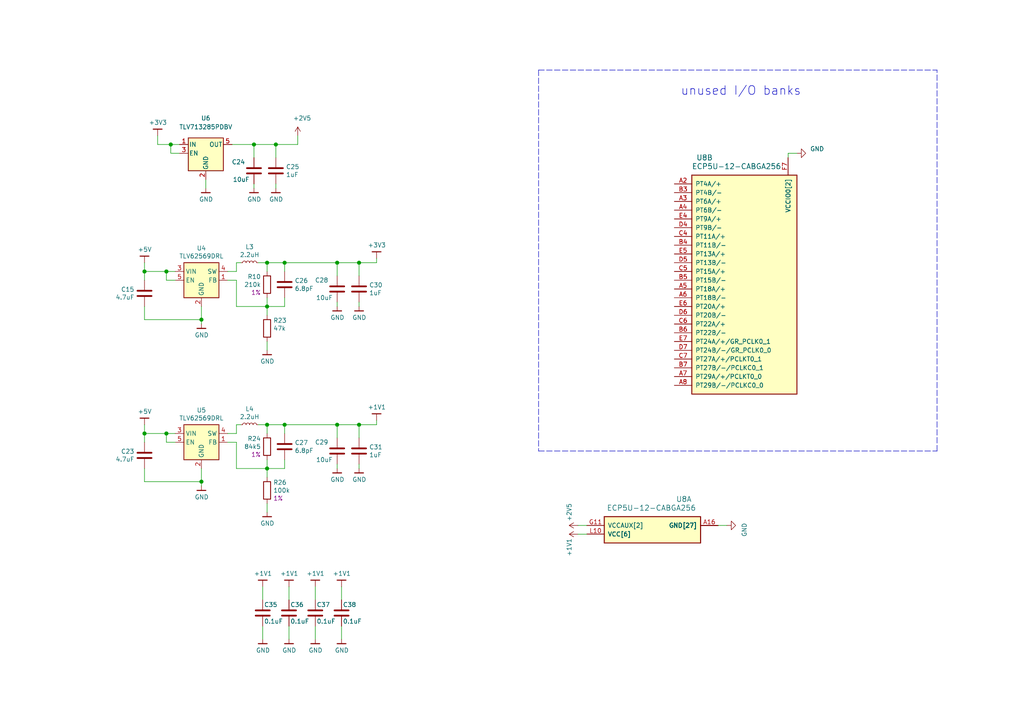
<source format=kicad_sch>
(kicad_sch (version 20201015) (generator eeschema)
  (paper "A4")
  (title_block (title "iCEBreaker+++") (date "2020-12-12") (rev "V0.1") (company "GsD") (comment 1 "2020 (C) GsD  <greg.davill@gmail.com>"))
  (lib_symbols
    (symbol "Device:C" (pin_numbers hide) (pin_names (offset 0.254))
      (property "Reference" "C" (at 0.635 2.54 0))
      (property "Value" "C" (at 0.635 -2.54 0))
      (symbol "C_0_1"
        (polyline (pts (xy -2.032 -0.762) (xy 2.032 -0.762)) (stroke (width 0.508)))
        (polyline (pts (xy -2.032 0.762) (xy 2.032 0.762)) (stroke (width 0.508)))
      )
      (symbol "C_1_1"
        (pin passive line (at 0 3.81 270) (length 2.794) (name "~") (number "1"))
        (pin passive line (at 0 -3.81 90) (length 2.794) (name "~") (number "2"))
      )
    )
    (symbol "Device:L_Small" (pin_numbers hide) (pin_names (offset 0.254) hide)
      (property "Reference" "L" (at 0.762 1.016 0))
      (property "Value" "L_Small" (at 0.762 -1.016 0))
      (symbol "L_Small_0_1"
        (arc (start 0 -2.032) (end 0 -1.016) (radius (at 0 -1.524) (length 0.508) (angles -89.9 89.9)))
        (arc (start 0 -1.016) (end 0 0) (radius (at 0 -0.508) (length 0.508) (angles -89.9 89.9)))
        (arc (start 0 0) (end 0 1.016) (radius (at 0 0.508) (length 0.508) (angles -89.9 89.9)))
        (arc (start 0 1.016) (end 0 2.032) (radius (at 0 1.524) (length 0.508) (angles -89.9 89.9)))
      )
      (symbol "L_Small_1_1"
        (pin passive line (at 0 2.54 270) (length 0.508) (name "~") (number "1"))
        (pin passive line (at 0 -2.54 90) (length 0.508) (name "~") (number "2"))
      )
    )
    (symbol "Device:R_3" (pin_numbers hide) (pin_names (offset 0))
      (property "Reference" "R" (at 2.032 0 90))
      (property "Value" "R" (at 0 0 90))
      (symbol "R_3_0_1"
        (rectangle (start -1.016 -2.54) (end 1.016 2.54) (stroke (width 0.254)))
      )
      (symbol "R_3_1_1"
        (pin passive line (at 0 3.81 270) (length 1.27) (name "~") (number "1"))
        (pin passive line (at 0 -3.81 90) (length 1.27) (name "~") (number "2"))
      )
    )
    (symbol "Device:R_4" (pin_numbers hide) (pin_names (offset 0))
      (property "Reference" "R" (at 2.032 0 90))
      (property "Value" "R" (at 0 0 90))
      (symbol "R_4_0_1"
        (rectangle (start -1.016 -2.54) (end 1.016 2.54) (stroke (width 0.254)))
      )
      (symbol "R_4_1_1"
        (pin passive line (at 0 3.81 270) (length 1.27) (name "~") (number "1"))
        (pin passive line (at 0 -3.81 90) (length 1.27) (name "~") (number "2"))
      )
    )
    (symbol "Device:R_5" (pin_numbers hide) (pin_names (offset 0))
      (property "Reference" "R" (at 2.032 0 90))
      (property "Value" "R" (at 0 0 90))
      (symbol "R_5_0_1"
        (rectangle (start -1.016 -2.54) (end 1.016 2.54) (stroke (width 0.254)))
      )
      (symbol "R_5_1_1"
        (pin passive line (at 0 3.81 270) (length 1.27) (name "~") (number "1"))
        (pin passive line (at 0 -3.81 90) (length 1.27) (name "~") (number "2"))
      )
    )
    (symbol "Device:R_6" (pin_numbers hide) (pin_names (offset 0))
      (property "Reference" "R" (at 2.032 0 90))
      (property "Value" "R" (at 0 0 90))
      (symbol "R_6_0_1"
        (rectangle (start -1.016 -2.54) (end 1.016 2.54) (stroke (width 0.254)))
      )
      (symbol "R_6_1_1"
        (pin passive line (at 0 3.81 270) (length 1.27) (name "~") (number "1"))
        (pin passive line (at 0 -3.81 90) (length 1.27) (name "~") (number "2"))
      )
    )
    (symbol "Regulator_Linear:TLV713285PDBV" (pin_names (offset 0.254))
      (property "Reference" "U" (at -3.81 5.715 0))
      (property "Value" "TLV713285PDBV" (at 0 5.715 0))
      (symbol "TLV713285PDBV_0_1"
        (rectangle (start -5.08 4.445) (end 5.08 -5.08) (stroke (width 0.254)) (fill (type background)))
      )
      (symbol "TLV713285PDBV_1_1"
        (pin power_in line (at -7.62 2.54 0) (length 2.54) (name "IN") (number "1"))
        (pin power_in line (at 0 -7.62 90) (length 2.54) (name "GND") (number "2"))
        (pin input line (at -7.62 0 0) (length 2.54) (name "EN") (number "3"))
        (pin unconnected line (at 5.08 0 180) (length 2.54) hide (name "NC") (number "4"))
        (pin power_out line (at 7.62 2.54 180) (length 2.54) (name "OUT") (number "5"))
      )
    )
    (symbol "Regulator_Switching:TLV62569DRL"
      (property "Reference" "U" (at -5.08 6.35 0))
      (property "Value" "TLV62569DRL" (at 0 6.35 0))
      (symbol "TLV62569DRL_0_1"
        (rectangle (start -5.08 5.08) (end 5.08 -5.08) (stroke (width 0.254)) (fill (type background)))
      )
      (symbol "TLV62569DRL_1_1"
        (pin input line (at 7.62 0 180) (length 2.54) (name "FB") (number "1"))
        (pin power_in line (at 0 -7.62 90) (length 2.54) (name "GND") (number "2"))
        (pin power_in line (at -7.62 2.54 0) (length 2.54) (name "VIN") (number "3"))
        (pin power_out line (at 7.62 2.54 180) (length 2.54) (name "SW") (number "4"))
        (pin input line (at -7.62 0 0) (length 2.54) (name "EN") (number "5"))
        (pin unconnected line (at 5.08 -2.54 180) (length 2.54) hide (name "NC") (number "6"))
      )
    )
    (symbol "gkl_power:+1V1" (power) (pin_names (offset 0))
      (property "Value" "+1V1" (at 0 3.556 0))
      (symbol "+1V1_0_1"
        (polyline (pts (xy -1.27 1.905) (xy 1.27 1.905)) (stroke (width 0.3048)))
        (polyline (pts (xy 0 0) (xy 0 1.905)))
      )
      (symbol "+1V1_1_1"
        (pin power_in line (at 0 0 90) (length 0) hide (name "+1V1") (number "1"))
      )
    )
    (symbol "gkl_power:+3V3" (power) (pin_names (offset 0))
      (property "Value" "+3V3" (at 0 3.556 0))
      (symbol "+3V3_0_1"
        (polyline (pts (xy -1.27 1.905) (xy 1.27 1.905)) (stroke (width 0.3048)))
        (polyline (pts (xy 0 0) (xy 0 1.905)))
      )
      (symbol "+3V3_1_1"
        (pin power_in line (at 0 0 90) (length 0) hide (name "+3V3") (number "1"))
      )
    )
    (symbol "gkl_power:+5V" (power) (pin_names (offset 0))
      (property "Value" "+5V" (at 0 3.175 0))
      (symbol "+5V_0_1"
        (polyline (pts (xy -1.27 1.905) (xy 1.27 1.905)) (stroke (width 0.3048)))
        (polyline (pts (xy 0 0) (xy 0 1.905)))
      )
      (symbol "+5V_1_1"
        (pin power_in line (at 0 0 90) (length 0) hide (name "+5V") (number "1"))
      )
    )
    (symbol "gkl_power:GND" (power) (pin_names (offset 0))
      (property "Value" "GND" (at 0 -2.54 0))
      (symbol "GND_0_1"
        (polyline (pts (xy 0 -1.27) (xy 0 0)))
        (polyline (pts (xy 1.27 -1.27) (xy -1.27 -1.27)) (stroke (width 0.3048)))
      )
      (symbol "GND_1_1"
        (pin power_in line (at 0 0 270) (length 0) hide (name "GND") (number "1"))
      )
    )
    (symbol "gsd-kicad:ECP5U-12-CABGA256" (pin_names (offset 1.016))
      (property "Reference" "U" (at 3.81 6.35 0))
      (property "Value" "ECP5U-12-CABGA256" (at 3.81 3.81 0))
      (symbol "ECP5U-12-CABGA256_1_1"
        (rectangle (start 5.08 17.78) (end 12.7 -10.16) (stroke (width 0.3048)) (fill (type background)))
        (pin power_in line (at 7.62 -15.24 90) (length 5.08) (name "GND[27]") (number "A16"))
        (pin power_in line (at 7.62 -15.24 90) (length 5.08) (name "GND[27]") (number "H16"))
        (pin power_in line (at 7.62 -15.24 90) (length 5.08) (name "GND[27]") (number "T16"))
        (pin power_in line (at 7.62 -15.24 90) (length 5.08) (name "GND[27]") (number "D15"))
        (pin power_in line (at 7.62 -15.24 90) (length 5.08) (name "GND[27]") (number "N15"))
        (pin power_in line (at 7.62 -15.24 90) (length 5.08) (name "GND[27]") (number "T12"))
        (pin power_in line (at 7.62 -15.24 90) (length 5.08) (name "GND[27]") (number "G10"))
        (pin power_in line (at 7.62 -15.24 90) (length 5.08) (name "GND[27]") (number "H10"))
        (pin power_in line (at 7.62 -15.24 90) (length 5.08) (name "GND[27]") (number "J10"))
        (pin power_in line (at 7.62 -15.24 90) (length 5.08) (name "GND[27]") (number "K10"))
        (pin power_in line (at 7.62 -15.24 90) (length 5.08) (name "GND[27]") (number "F9"))
        (pin power_in line (at 7.62 -15.24 90) (length 5.08) (name "GND[27]") (number "H9"))
        (pin power_in line (at 7.62 -15.24 90) (length 5.08) (name "GND[27]") (number "J9"))
        (pin power_in line (at 7.62 -15.24 90) (length 5.08) (name "GND[27]") (number "K9"))
        (pin power_in line (at 7.62 -15.24 90) (length 5.08) (name "GND[27]") (number "F8"))
        (pin power_in line (at 7.62 -15.24 90) (length 5.08) (name "GND[27]") (number "G8"))
        (pin power_in line (at 7.62 -15.24 90) (length 5.08) (name "GND[27]") (number "H8"))
        (pin power_in line (at 7.62 -15.24 90) (length 5.08) (name "GND[27]") (number "J8"))
        (pin power_in line (at 7.62 -15.24 90) (length 5.08) (name "GND[27]") (number "K8"))
        (pin power_in line (at 7.62 -15.24 90) (length 5.08) (name "GND[27]") (number "K7"))
        (pin power_in line (at 7.62 -15.24 90) (length 5.08) (name "GND[27]") (number "K6"))
        (pin power_in line (at 7.62 -15.24 90) (length 5.08) (name "GND[27]") (number "T5"))
        (pin power_in line (at 7.62 -15.24 90) (length 5.08) (name "GND[27]") (number "D2"))
        (pin power_in line (at 7.62 -15.24 90) (length 5.08) (name "GND[27]") (number "N2"))
        (pin power_in line (at 7.62 -15.24 90) (length 5.08) (name "GND[27]") (number "A1"))
        (pin power_in line (at 7.62 -15.24 90) (length 5.08) (name "GND[27]") (number "H1"))
        (pin power_in line (at 7.62 -15.24 90) (length 5.08) (name "GND[27]") (number "T1"))
        (pin power_in line (at 10.16 22.86 270) (length 5.08) (name "VCC[6]") (number "L10"))
        (pin power_in line (at 10.16 22.86 270) (length 5.08) (name "VCC[6]") (number "G9"))
        (pin power_in line (at 10.16 22.86 270) (length 5.08) (name "VCC[6]") (number "L9"))
        (pin power_in line (at 10.16 22.86 270) (length 5.08) (name "VCC[6]") (number "L8"))
        (pin power_in line (at 10.16 22.86 270) (length 5.08) (name "VCC[6]") (number "G7"))
        (pin power_in line (at 10.16 22.86 270) (length 5.08) (name "VCC[6]") (number "G6"))
        (pin power_in line (at 7.62 22.86 270) (length 5.08) (name "VCCAUX[2]") (number "G11"))
        (pin power_in line (at 7.62 22.86 270) (length 5.08) (name "VCCAUX[2]") (number "L7"))
      )
      (symbol "ECP5U-12-CABGA256_2_1"
        (rectangle (start 5.08 2.54) (end 35.56 -60.96) (stroke (width 0.3048)) (fill (type background)))
        (pin bidirectional line (at 0 0 0) (length 5.08) (name "PT4A/+") (number "A2"))
        (pin bidirectional line (at 0 -2.54 0) (length 5.08) (name "PT4B/-") (number "B3"))
        (pin bidirectional line (at 0 -5.08 0) (length 5.08) (name "PT6A/+") (number "A3"))
        (pin bidirectional line (at 0 -7.62 0) (length 5.08) (name "PT6B/-") (number "A4"))
        (pin bidirectional line (at 0 -10.16 0) (length 5.08) (name "PT9A/+") (number "E4"))
        (pin bidirectional line (at 0 -12.7 0) (length 5.08) (name "PT9B/-") (number "D4"))
        (pin bidirectional line (at 0 -15.24 0) (length 5.08) (name "PT11A/+") (number "C4"))
        (pin bidirectional line (at 0 -17.78 0) (length 5.08) (name "PT11B/-") (number "B4"))
        (pin bidirectional line (at 0 -20.32 0) (length 5.08) (name "PT13A/+") (number "E5"))
        (pin bidirectional line (at 0 -22.86 0) (length 5.08) (name "PT13B/-") (number "D5"))
        (pin bidirectional line (at 0 -25.4 0) (length 5.08) (name "PT15A/+") (number "C5"))
        (pin bidirectional line (at 0 -27.94 0) (length 5.08) (name "PT15B/-") (number "B5"))
        (pin bidirectional line (at 0 -30.48 0) (length 5.08) (name "PT18A/+") (number "A5"))
        (pin bidirectional line (at 0 -33.02 0) (length 5.08) (name "PT18B/-") (number "A6"))
        (pin bidirectional line (at 0 -35.56 0) (length 5.08) (name "PT20A/+") (number "E6"))
        (pin bidirectional line (at 0 -38.1 0) (length 5.08) (name "PT20B/-") (number "D6"))
        (pin bidirectional line (at 0 -40.64 0) (length 5.08) (name "PT22A/+") (number "C6"))
        (pin bidirectional line (at 0 -43.18 0) (length 5.08) (name "PT22B/-") (number "B6"))
        (pin bidirectional line (at 0 -45.72 0) (length 5.08) (name "PT24A/+/GR_PCLK0_1") (number "E7"))
        (pin bidirectional line (at 0 -48.26 0) (length 5.08) (name "PT24B/-/GR_PCLK0_0") (number "D7"))
        (pin bidirectional line (at 0 -50.8 0) (length 5.08) (name "PT27A/+/PCLKT0_1") (number "C7"))
        (pin bidirectional line (at 0 -53.34 0) (length 5.08) (name "PT27B/-/PCLKC0_1") (number "B7"))
        (pin bidirectional line (at 0 -55.88 0) (length 5.08) (name "PT29A/+/PCLKT0_0") (number "A7"))
        (pin bidirectional line (at 0 -58.42 0) (length 5.08) (name "PT29B/-/PCLKC0_0") (number "A8"))
        (pin power_in line (at 33.02 7.62 270) (length 5.08) (name "VCCIO0[2]") (number "F7"))
        (pin power_in line (at 33.02 7.62 270) (length 5.08) (name "VCCIO0[2]") (number "F6"))
      )
      (symbol "ECP5U-12-CABGA256_3_1"
        (rectangle (start 5.08 2.54) (end 35.56 -81.28) (stroke (width 0.3048)) (fill (type background)))
        (pin bidirectional line (at 0 0 0) (length 5.08) (name "PT33A/+/PCLKT1_1") (number "E8"))
        (pin bidirectional line (at 0 -2.54 0) (length 5.08) (name "PT33B/-/PCLKC1_1") (number "D8"))
        (pin bidirectional line (at 0 -5.08 0) (length 5.08) (name "PT35A/+/PCLKT1_0") (number "C8"))
        (pin bidirectional line (at 0 -7.62 0) (length 5.08) (name "PT35B/-/PCLKC1_0") (number "B8"))
        (pin bidirectional line (at 0 -10.16 0) (length 5.08) (name "PT38A/+/GR_PCLK1_0") (number "B9"))
        (pin bidirectional line (at 0 -12.7 0) (length 5.08) (name "PT38B/-/GR_PCLK1_1") (number "C9"))
        (pin bidirectional line (at 0 -15.24 0) (length 5.08) (name "PT40A/+") (number "D9"))
        (pin bidirectional line (at 0 -17.78 0) (length 5.08) (name "PT40B/-") (number "E9"))
        (pin bidirectional line (at 0 -20.32 0) (length 5.08) (name "PT42A/+") (number "A9"))
        (pin bidirectional line (at 0 -22.86 0) (length 5.08) (name "PT42B/-") (number "A10"))
        (pin bidirectional line (at 0 -25.4 0) (length 5.08) (name "PT44A/+") (number "B10"))
        (pin bidirectional line (at 0 -27.94 0) (length 5.08) (name "PT44B/-") (number "C10"))
        (pin bidirectional line (at 0 -30.48 0) (length 5.08) (name "PT47A/+") (number "D10"))
        (pin bidirectional line (at 0 -33.02 0) (length 5.08) (name "PT47B/-") (number "E10"))
        (pin bidirectional line (at 0 -35.56 0) (length 5.08) (name "PT49A/+") (number "B11"))
        (pin bidirectional line (at 0 -38.1 0) (length 5.08) (name "PT49B/-") (number "C11"))
        (pin bidirectional line (at 0 -40.64 0) (length 5.08) (name "PT51A/+") (number "D11"))
        (pin bidirectional line (at 0 -43.18 0) (length 5.08) (name "PT51B/-") (number "E11"))
        (pin bidirectional line (at 0 -45.72 0) (length 5.08) (name "PT53A/+") (number "A11"))
        (pin bidirectional line (at 0 -48.26 0) (length 5.08) (name "PT53B/-") (number "A12"))
        (pin bidirectional line (at 0 -50.8 0) (length 5.08) (name "PT56A/+") (number "B12"))
        (pin bidirectional line (at 0 -53.34 0) (length 5.08) (name "PT56B/-") (number "C12"))
        (pin bidirectional line (at 0 -55.88 0) (length 5.08) (name "PT58A/+") (number "D12"))
        (pin bidirectional line (at 0 -58.42 0) (length 5.08) (name "PT58B/-") (number "E12"))
        (pin bidirectional line (at 0 -60.96 0) (length 5.08) (name "PT60A/+") (number "B13"))
        (pin bidirectional line (at 0 -63.5 0) (length 5.08) (name "PT60B/-") (number "C13"))
        (pin bidirectional line (at 0 -66.04 0) (length 5.08) (name "PT62A/+") (number "D13"))
        (pin bidirectional line (at 0 -68.58 0) (length 5.08) (name "PT62B/-") (number "E13"))
        (pin bidirectional line (at 0 -71.12 0) (length 5.08) (name "PT65A/+") (number "A13"))
        (pin bidirectional line (at 0 -73.66 0) (length 5.08) (name "PT65B/-") (number "A14"))
        (pin bidirectional line (at 0 -76.2 0) (length 5.08) (name "PT67A/+") (number "B14"))
        (pin bidirectional line (at 0 -78.74 0) (length 5.08) (name "PT67B/-") (number "A15"))
        (pin power_in line (at 33.02 7.62 270) (length 5.08) (name "VCCIO1[2]") (number "F11"))
        (pin power_in line (at 33.02 7.62 270) (length 5.08) (name "VCCIO1[2]") (number "F10"))
      )
      (symbol "ECP5U-12-CABGA256_4_1"
        (rectangle (start 5.08 2.54) (end 48.26 -81.28) (stroke (width 0.3048)) (fill (type background)))
        (pin bidirectional line (at 0 0 0) (length 5.08) (name "PR2A/+/HS/RDQ8") (number "B16"))
        (pin bidirectional line (at 0 -2.54 0) (length 5.08) (name "PR2B/-/S0_IN/HS/RDQ8") (number "B15"))
        (pin bidirectional line (at 0 -5.08 0) (length 5.08) (name "PR2C/+/RDQ8") (number "C14"))
        (pin bidirectional line (at 0 -7.62 0) (length 5.08) (name "PR2D/-/RDQ8") (number "D14"))
        (pin bidirectional line (at 0 -10.16 0) (length 5.08) (name "PR5A/+/HS/RDQ8") (number "C16"))
        (pin bidirectional line (at 0 -12.7 0) (length 5.08) (name "PR5B/-/HS/RDQ8") (number "C15"))
        (pin bidirectional line (at 0 -15.24 0) (length 5.08) (name "PR5C/+/RDQ8") (number "E14"))
        (pin bidirectional line (at 0 -17.78 0) (length 5.08) (name "PR5D/-/RDQ8") (number "F14"))
        (pin bidirectional line (at 0 -20.32 0) (length 5.08) (name "PR8A/+/HS/RDQS8") (number "D16"))
        (pin bidirectional line (at 0 -22.86 0) (length 5.08) (name "PR8B/-/HS/RDQSN8") (number "E15"))
        (pin bidirectional line (at 0 -25.4 0) (length 5.08) (name "PR8C/+/RDQ8") (number "F13"))
        (pin bidirectional line (at 0 -27.94 0) (length 5.08) (name "PR8D/-/RDQ8") (number "F12"))
        (pin bidirectional line (at 0 -30.48 0) (length 5.08) (name "PR11A/+/HS/RDQ8") (number "G12"))
        (pin bidirectional line (at 0 -33.02 0) (length 5.08) (name "PR11B/-/HS/RDQ8") (number "G13"))
        (pin bidirectional line (at 0 -35.56 0) (length 5.08) (name "PR11C/+/RDQ8") (number "F15"))
        (pin bidirectional line (at 0 -38.1 0) (length 5.08) (name "PR11D/-/RDQ8") (number "E16"))
        (pin bidirectional line (at 0 -40.64 0) (length 5.08) (name "PR14A/+/HS/RDQ20") (number "F16"))
        (pin bidirectional line (at 0 -43.18 0) (length 5.08) (name "PR14B/-/HS/RDQ20") (number "G15"))
        (pin bidirectional line (at 0 -45.72 0) (length 5.08) (name "PR14C/+/VREF1_2/RDQ20") (number "G14"))
        (pin bidirectional line (at 0 -48.26 0) (length 5.08) (name "PR14D/-/RDQ20") (number "H14"))
        (pin bidirectional line (at 0 -50.8 0) (length 5.08) (name "PR17A/+/HS/RDQ20") (number "H12"))
        (pin bidirectional line (at 0 -53.34 0) (length 5.08) (name "PR17B/-/HS/RDQ20") (number "H13"))
        (pin bidirectional line (at 0 -55.88 0) (length 5.08) (name "PR17C/+/RDQ20") (number "J13"))
        (pin bidirectional line (at 0 -58.42 0) (length 5.08) (name "PR17D/-/RDQ20") (number "J12"))
        (pin bidirectional line (at 0 -60.96 0) (length 5.08) (name "PR20A/+/GR_PCLK2_1/HS/RDQS20") (number "G16"))
        (pin bidirectional line (at 0 -63.5 0) (length 5.08) (name "PR20B/-/HS/RDQSN20") (number "H15"))
        (pin bidirectional line (at 0 -66.04 0) (length 5.08) (name "PR20C/+/GR_PCLK2_0/RDQ20") (number "J14"))
        (pin bidirectional line (at 0 -68.58 0) (length 5.08) (name "PR20D/-/RDQ20") (number "K14"))
        (pin bidirectional line (at 0 -71.12 0) (length 5.08) (name "PR23A/+/PCLKT2_1/HS/RDQ20") (number "J16"))
        (pin bidirectional line (at 0 -73.66 0) (length 5.08) (name "PR23B/-/PCLKC2_1/HS/RDQ20") (number "J15"))
        (pin bidirectional line (at 0 -76.2 0) (length 5.08) (name "PR23C/+/PCLKT2_0/RDQ20") (number "K16"))
        (pin bidirectional line (at 0 -78.74 0) (length 5.08) (name "PR23D/-/PCLKC2_0/RDQ20") (number "K15"))
        (pin power_in line (at 45.72 7.62 270) (length 5.08) (name "VCCIO2[2]") (number "H11"))
        (pin power_in line (at 45.72 7.62 270) (length 5.08) (name "VCCIO2[2]") (number "J11"))
      )
      (symbol "ECP5U-12-CABGA256_5_1"
        (rectangle (start 5.08 2.54) (end 48.26 -81.28) (stroke (width 0.3048)) (fill (type background)))
        (pin bidirectional line (at 0 0 0) (length 5.08) (name "PR26A/+/PCLKT3_1/HS/RDQ32") (number "L16"))
        (pin bidirectional line (at 0 -2.54 0) (length 5.08) (name "PR26B/-/PCLKC3_1/HS/RDQ32") (number "L15"))
        (pin bidirectional line (at 0 -5.08 0) (length 5.08) (name "PR26C/+/PCLKT3_0/RDQ32") (number "M16"))
        (pin bidirectional line (at 0 -7.62 0) (length 5.08) (name "PR26D/-/PCLKC3_0/RDQ32") (number "M15"))
        (pin bidirectional line (at 0 -10.16 0) (length 5.08) (name "PR29A/+/GR_PCLK3_0/HS/RDQ32") (number "K13"))
        (pin bidirectional line (at 0 -12.7 0) (length 5.08) (name "PR29B/-/HS/RDQ32") (number "K12"))
        (pin bidirectional line (at 0 -15.24 0) (length 5.08) (name "PR29C/+/GR_PCLK3_1/RDQ32") (number "L13"))
        (pin bidirectional line (at 0 -17.78 0) (length 5.08) (name "PR29D/-/RDQ32") (number "L12"))
        (pin bidirectional line (at 0 -20.32 0) (length 5.08) (name "PR32A/+/HS/RDQS32") (number "N16"))
        (pin bidirectional line (at 0 -22.86 0) (length 5.08) (name "PR32B/-/HS/RDQSN32") (number "P15"))
        (pin bidirectional line (at 0 -25.4 0) (length 5.08) (name "PR32C/+/RDQ32") (number "L14"))
        (pin bidirectional line (at 0 -27.94 0) (length 5.08) (name "PR32D/-/RDQ32") (number "M14"))
        (pin bidirectional line (at 0 -30.48 0) (length 5.08) (name "PR35A/+/HS/RDQ32") (number "P16"))
        (pin bidirectional line (at 0 -33.02 0) (length 5.08) (name "PR35B/-/VREF1_3/HS/RDQ32") (number "R16"))
        (pin bidirectional line (at 0 -35.56 0) (length 5.08) (name "PR35C/+/RDQ32") (number "M13"))
        (pin bidirectional line (at 0 -38.1 0) (length 5.08) (name "PR35D/-/RDQ32") (number "N14"))
        (pin bidirectional line (at 0 -40.64 0) (length 5.08) (name "PR38A/+/HS/RDQ44") (number "N13"))
        (pin bidirectional line (at 0 -43.18 0) (length 5.08) (name "PR38B/-/HS/RDQ44") (number "P14"))
        (pin bidirectional line (at 0 -45.72 0) (length 5.08) (name "PR38C/+/RDQ44") (number "R15"))
        (pin bidirectional line (at 0 -48.26 0) (length 5.08) (name "PR38D/-/RDQ44") (number "T15"))
        (pin bidirectional line (at 0 -50.8 0) (length 5.08) (name "PR41A/+/HS/RDQ44") (number "P13"))
        (pin bidirectional line (at 0 -53.34 0) (length 5.08) (name "PR41B/-/HS/RDQ44") (number "R14"))
        (pin bidirectional line (at 0 -55.88 0) (length 5.08) (name "PR41C/+/RDQ44") (number "R13"))
        (pin bidirectional line (at 0 -58.42 0) (length 5.08) (name "PR41D/-/RDQ44") (number "T14"))
        (pin bidirectional line (at 0 -60.96 0) (length 5.08) (name "PR44A/+/HS/RDQS44") (number "R12"))
        (pin bidirectional line (at 0 -63.5 0) (length 5.08) (name "PR44B/-/HS/RDQSN44") (number "T13"))
        (pin bidirectional line (at 0 -66.04 0) (length 5.08) (name "PR44C/+/RDQ44") (number "M12"))
        (pin bidirectional line (at 0 -68.58 0) (length 5.08) (name "PR44D/-/RDQ44") (number "N12"))
        (pin bidirectional line (at 0 -71.12 0) (length 5.08) (name "PR47A/+/HS/RDQ44") (number "M11"))
        (pin bidirectional line (at 0 -73.66 0) (length 5.08) (name "PR47B/-/HS/RDQ44") (number "N11"))
        (pin bidirectional line (at 0 -76.2 0) (length 5.08) (name "PR47C/+/LRC_GPLL0T_IN/RDQ44") (number "P11"))
        (pin bidirectional line (at 0 -78.74 0) (length 5.08) (name "PR47D/-/LRC_GPLL0C_IN/RDQ44") (number "P12"))
        (pin power_in line (at 45.72 7.62 270) (length 5.08) (name "VCCIO3[2]") (number "K11"))
        (pin power_in line (at 45.72 7.62 270) (length 5.08) (name "VCCIO3[2]") (number "L11"))
      )
      (symbol "ECP5U-12-CABGA256_6_1"
        (rectangle (start 5.08 2.54) (end 48.26 -81.28) (stroke (width 0.3048)) (fill (type background)))
        (pin bidirectional line (at 0 0 0) (length 5.08) (name "PL26A/+/PCLKT6_1/HS/LDQ32") (number "L1"))
        (pin bidirectional line (at 0 -2.54 0) (length 5.08) (name "PL26B/-/PCLKC6_1/HS/LDQ32") (number "L2"))
        (pin bidirectional line (at 0 -5.08 0) (length 5.08) (name "PL26C/+/PCLKT6_0/LDQ32") (number "M1"))
        (pin bidirectional line (at 0 -7.62 0) (length 5.08) (name "PL26D/-/PCLKC6_0/LDQ32") (number "M2"))
        (pin bidirectional line (at 0 -10.16 0) (length 5.08) (name "PL29A/+/GR_PCLK6_0/HS/LDQ32") (number "K4"))
        (pin bidirectional line (at 0 -12.7 0) (length 5.08) (name "PL29B/-/HS/LDQ32") (number "K5"))
        (pin bidirectional line (at 0 -15.24 0) (length 5.08) (name "PL29C/+/GR_PCLK6_1/LDQ32") (number "L4"))
        (pin bidirectional line (at 0 -17.78 0) (length 5.08) (name "PL29D/-/LDQ32") (number "L5"))
        (pin bidirectional line (at 0 -20.32 0) (length 5.08) (name "PL32A/+/HS/LDQS32") (number "N1"))
        (pin bidirectional line (at 0 -22.86 0) (length 5.08) (name "PL32B/-/HS/LDQSN32") (number "P2"))
        (pin bidirectional line (at 0 -25.4 0) (length 5.08) (name "PL32C/+/LDQ32") (number "L3"))
        (pin bidirectional line (at 0 -27.94 0) (length 5.08) (name "PL32D/-/LDQ32") (number "M3"))
        (pin bidirectional line (at 0 -30.48 0) (length 5.08) (name "PL35A/+/HS/LDQ32") (number "P1"))
        (pin bidirectional line (at 0 -33.02 0) (length 5.08) (name "PL35B/-/VREF1_6/HS/LDQ32") (number "R1"))
        (pin bidirectional line (at 0 -35.56 0) (length 5.08) (name "PL35C/+/LDQ32") (number "M4"))
        (pin bidirectional line (at 0 -38.1 0) (length 5.08) (name "PL35D/-/LDQ32") (number "N3"))
        (pin bidirectional line (at 0 -40.64 0) (length 5.08) (name "PL38A/+/HS/LDQ44") (number "N4"))
        (pin bidirectional line (at 0 -43.18 0) (length 5.08) (name "PL38B/-/HS/LDQ44") (number "P3"))
        (pin bidirectional line (at 0 -45.72 0) (length 5.08) (name "PL38C/+/LDQ44") (number "R2"))
        (pin bidirectional line (at 0 -48.26 0) (length 5.08) (name "PL38D/-/LDQ44") (number "T2"))
        (pin bidirectional line (at 0 -50.8 0) (length 5.08) (name "PL41A/+/HS/LDQ44") (number "P4"))
        (pin bidirectional line (at 0 -53.34 0) (length 5.08) (name "PL41B/-/HS/LDQ44") (number "R3"))
        (pin bidirectional line (at 0 -55.88 0) (length 5.08) (name "PL41C/+/LDQ44") (number "R4"))
        (pin bidirectional line (at 0 -58.42 0) (length 5.08) (name "PL41D/-/LDQ44") (number "T3"))
        (pin bidirectional line (at 0 -60.96 0) (length 5.08) (name "PL44A/+/HS/LDQS44") (number "R5"))
        (pin bidirectional line (at 0 -63.5 0) (length 5.08) (name "PL44B/-/HS/LDQSN44") (number "T4"))
        (pin bidirectional line (at 0 -66.04 0) (length 5.08) (name "PL44C/+/LDQ44") (number "M5"))
        (pin bidirectional line (at 0 -68.58 0) (length 5.08) (name "PL44D/-/LDQ44") (number "N5"))
        (pin bidirectional line (at 0 -71.12 0) (length 5.08) (name "PL47A/+/HS/LDQ44") (number "M6"))
        (pin bidirectional line (at 0 -73.66 0) (length 5.08) (name "PL47B/-/HS/LDQ44") (number "N6"))
        (pin bidirectional line (at 0 -76.2 0) (length 5.08) (name "PL47C/+/LLC_GPLL0T_IN/LDQ44") (number "P6"))
        (pin bidirectional line (at 0 -78.74 0) (length 5.08) (name "PL47D/-/LLC_GPLL0C_IN/LDQ44") (number "P5"))
        (pin power_in line (at 45.72 7.62 270) (length 5.08) (name "VCCIO6[2]") (number "J7"))
        (pin power_in line (at 45.72 7.62 270) (length 5.08) (name "VCCIO6[2]") (number "J6"))
      )
      (symbol "ECP5U-12-CABGA256_7_1"
        (rectangle (start 5.08 2.54) (end 48.26 -81.28) (stroke (width 0.3048)) (fill (type background)))
        (pin bidirectional line (at 0 0 0) (length 5.08) (name "PL2A/+/HS/LDQ8") (number "B1"))
        (pin bidirectional line (at 0 -2.54 0) (length 5.08) (name "PL2B/-/HS/LDQ8") (number "B2"))
        (pin bidirectional line (at 0 -5.08 0) (length 5.08) (name "PL2C/+/LDQ8") (number "C3"))
        (pin bidirectional line (at 0 -7.62 0) (length 5.08) (name "PL2D/-/LDQ8") (number "D3"))
        (pin bidirectional line (at 0 -10.16 0) (length 5.08) (name "PL5A/+/HS/LDQ8") (number "C1"))
        (pin bidirectional line (at 0 -12.7 0) (length 5.08) (name "PL5B/-/HS/LDQ8") (number "C2"))
        (pin bidirectional line (at 0 -15.24 0) (length 5.08) (name "PL5C/+/LDQ8") (number "E3"))
        (pin bidirectional line (at 0 -17.78 0) (length 5.08) (name "PL5D/-/LDQ8") (number "F3"))
        (pin bidirectional line (at 0 -20.32 0) (length 5.08) (name "PL8A/+/HS/LDQS8") (number "D1"))
        (pin bidirectional line (at 0 -22.86 0) (length 5.08) (name "PL8B/-/HS/LDQSN8") (number "E2"))
        (pin bidirectional line (at 0 -25.4 0) (length 5.08) (name "PL8C/+/LDQ8") (number "F4"))
        (pin bidirectional line (at 0 -27.94 0) (length 5.08) (name "PL8D/-/LDQ8") (number "F5"))
        (pin bidirectional line (at 0 -30.48 0) (length 5.08) (name "PL11A/+/HS/LDQ8") (number "G5"))
        (pin bidirectional line (at 0 -33.02 0) (length 5.08) (name "PL11B/-/HS/LDQ8") (number "G4"))
        (pin bidirectional line (at 0 -35.56 0) (length 5.08) (name "PL11C/+/LDQ8") (number "F2"))
        (pin bidirectional line (at 0 -38.1 0) (length 5.08) (name "PL11D/-/LDQ8") (number "E1"))
        (pin bidirectional line (at 0 -40.64 0) (length 5.08) (name "PL14A/+/HS/LDQ20") (number "F1"))
        (pin bidirectional line (at 0 -43.18 0) (length 5.08) (name "PL14B/-/HS/LDQ20") (number "G2"))
        (pin bidirectional line (at 0 -45.72 0) (length 5.08) (name "PL14C/+/VREF1_7/LDQ20") (number "G3"))
        (pin bidirectional line (at 0 -48.26 0) (length 5.08) (name "PL14D/-/LDQ20") (number "H3"))
        (pin bidirectional line (at 0 -50.8 0) (length 5.08) (name "PL17A/+/HS/LDQ20") (number "H5"))
        (pin bidirectional line (at 0 -53.34 0) (length 5.08) (name "PL17B/-/HS/LDQ20") (number "H4"))
        (pin bidirectional line (at 0 -55.88 0) (length 5.08) (name "PL17C/+/LDQ20") (number "J4"))
        (pin bidirectional line (at 0 -58.42 0) (length 5.08) (name "PL17D/-/LDQ20") (number "J5"))
        (pin bidirectional line (at 0 -60.96 0) (length 5.08) (name "PL20A/+/GR_PCLK7_1/HS/LDQS20") (number "G1"))
        (pin bidirectional line (at 0 -63.5 0) (length 5.08) (name "PL20B/-/HS/LDQSN20") (number "H2"))
        (pin bidirectional line (at 0 -66.04 0) (length 5.08) (name "PL20C/+/GR_PCLK7_0/LDQ20") (number "J3"))
        (pin bidirectional line (at 0 -68.58 0) (length 5.08) (name "PL20D/-/LDQ20") (number "K3"))
        (pin bidirectional line (at 0 -71.12 0) (length 5.08) (name "PL23A/+/PCLKT7_1/HS/LDQ20") (number "J1"))
        (pin bidirectional line (at 0 -73.66 0) (length 5.08) (name "PL23B/-/PCLKC7_1/HS/LDQ20") (number "J2"))
        (pin bidirectional line (at 0 -76.2 0) (length 5.08) (name "PL23C/+/PCLKT7_0/LDQ20") (number "K1"))
        (pin bidirectional line (at 0 -78.74 0) (length 5.08) (name "PL23D/-/PCLKC7_0/LDQ20") (number "K2"))
        (pin power_in line (at 45.72 7.62 270) (length 5.08) (name "VCCIO7[2]") (number "H7"))
        (pin power_in line (at 45.72 7.62 270) (length 5.08) (name "VCCIO7[2]") (number "H6"))
      )
      (symbol "ECP5U-12-CABGA256_8_1"
        (rectangle (start 5.08 2.54) (end 53.34 -50.8) (stroke (width 0.3048)) (fill (type background)))
        (pin bidirectional line (at 0 0 0) (length 5.08) (name "CCLK/MCLK/SCK") (number "N9"))
        (pin bidirectional line (at 0 -2.54 0) (length 5.08) (name "CFG_0") (number "N10"))
        (pin bidirectional line (at 0 -5.08 0) (length 5.08) (name "CFG_1") (number "P10"))
        (pin bidirectional line (at 0 -7.62 0) (length 5.08) (name "CFG_2") (number "R10"))
        (pin bidirectional line (at 0 -10.16 0) (length 5.08) (name "DONE") (number "P9"))
        (pin bidirectional line (at 0 -12.7 0) (length 5.08) (name "INITN") (number "T9"))
        (pin bidirectional line (at 0 -15.24 0) (length 5.08) (name "PB4A/+/D7/IO7") (number "T6"))
        (pin bidirectional line (at 0 -17.78 0) (length 5.08) (name "PB4B/-/D6/IO6") (number "R6"))
        (pin bidirectional line (at 0 -20.32 0) (length 5.08) (name "PB6A/+/D5/MISO2/IO5") (number "R7"))
        (pin bidirectional line (at 0 -22.86 0) (length 5.08) (name "PB6B/-/D4/MOSI2/IO4") (number "P7"))
        (pin bidirectional line (at 0 -25.4 0) (length 5.08) (name "PB9A/+/D3/IO3") (number "N7"))
        (pin bidirectional line (at 0 -27.94 0) (length 5.08) (name "PB9B/-/D2/IO2") (number "M7"))
        (pin bidirectional line (at 0 -30.48 0) (length 5.08) (name "PB11A/+/D1/MISO/IO1") (number "T7"))
        (pin bidirectional line (at 0 -33.02 0) (length 5.08) (name "PB11B/-/D0/MOSI/IO0") (number "T8"))
        (pin bidirectional line (at 0 -35.56 0) (length 5.08) (name "PB13A/+/SN/CSN") (number "R8"))
        (pin bidirectional line (at 0 -38.1 0) (length 5.08) (name "PB13B/-/CS1N") (number "P8"))
        (pin bidirectional line (at 0 -40.64 0) (length 5.08) (name "PB15A/+/HOLDN/DI/BUSY/CSSPIN/CEN") (number "N8"))
        (pin bidirectional line (at 0 -43.18 0) (length 5.08) (name "PB15B/-/DOUT/CSON") (number "M8"))
        (pin bidirectional line (at 0 -45.72 0) (length 5.08) (name "PB18A/WRITEN") (number "M9"))
        (pin bidirectional line (at 0 -48.26 0) (length 5.08) (name "PROGRAMN") (number "R9"))
        (pin power_in line (at 50.8 7.62 270) (length 5.08) (name "VCCIO8") (number "L6"))
      )
      (symbol "ECP5U-12-CABGA256_9_1"
        (rectangle (start 5.08 2.54) (end 12.7 -10.16) (stroke (width 0.3048)) (fill (type background)))
        (pin bidirectional line (at 0 0 0) (length 5.08) (name "TCK") (number "T10"))
        (pin bidirectional line (at 0 -2.54 0) (length 5.08) (name "TDI") (number "R11"))
        (pin bidirectional line (at 0 -5.08 0) (length 5.08) (name "TDO") (number "M10"))
        (pin bidirectional line (at 0 -7.62 0) (length 5.08) (name "TMS") (number "T11"))
      )
    )
    (symbol "power:+1V1" (power) (pin_names (offset 0))
      (property "Value" "+1V1" (at 0 3.556 0))
      (symbol "+1V1_0_1"
        (polyline (pts (xy -0.762 1.27) (xy 0 2.54)))
        (polyline (pts (xy 0 0) (xy 0 2.54)))
        (polyline (pts (xy 0 2.54) (xy 0.762 1.27)))
      )
      (symbol "+1V1_1_1"
        (pin power_in line (at 0 0 90) (length 0) hide (name "+1V1") (number "1"))
      )
    )
    (symbol "power:+2V5" (power) (pin_names (offset 0))
      (property "Value" "+2V5" (at 0 3.556 0))
      (symbol "+2V5_0_1"
        (polyline (pts (xy -0.762 1.27) (xy 0 2.54)))
        (polyline (pts (xy 0 0) (xy 0 2.54)))
        (polyline (pts (xy 0 2.54) (xy 0.762 1.27)))
      )
      (symbol "+2V5_1_1"
        (pin power_in line (at 0 0 90) (length 0) hide (name "+2V5") (number "1"))
      )
    )
    (symbol "power:GND" (power) (pin_names (offset 0))
      (property "Value" "GND" (at 0 -3.81 0))
      (symbol "GND_0_1"
        (polyline (pts (xy 0 0) (xy 0 -1.27) (xy 1.27 -1.27) (xy 0 -2.54) (xy -1.27 -1.27) (xy 0 -1.27)))
      )
      (symbol "GND_1_1"
        (pin power_in line (at 0 0 270) (length 0) hide (name "GND") (number "1"))
      )
    )
  )
  (junction (at 41.91 78.74) (diameter 1.016))
  (junction (at 41.91 125.73) (diameter 1.016))
  (junction (at 48.26 78.74) (diameter 1.016))
  (junction (at 48.26 125.73) (diameter 1.016))
  (junction (at 49.53 41.91) (diameter 1.016))
  (junction (at 58.42 92.71) (diameter 1.016))
  (junction (at 58.42 139.7) (diameter 1.016))
  (junction (at 73.66 41.91) (diameter 1.016))
  (junction (at 77.47 76.2) (diameter 1.016))
  (junction (at 77.47 88.9) (diameter 1.016))
  (junction (at 77.47 123.19) (diameter 1.016))
  (junction (at 77.47 135.89) (diameter 1.016))
  (junction (at 80.01 41.91) (diameter 1.016))
  (junction (at 82.55 76.2) (diameter 1.016))
  (junction (at 82.55 123.19) (diameter 1.016))
  (junction (at 97.79 76.2) (diameter 1.016))
  (junction (at 97.79 123.19) (diameter 1.016))
  (junction (at 104.14 76.2) (diameter 1.016))
  (junction (at 104.14 123.19) (diameter 1.016))
  (wire (pts (xy 41.91 76.2) (xy 41.91 78.74)))
  (wire (pts (xy 41.91 78.74) (xy 41.91 81.28)))
  (wire (pts (xy 41.91 78.74) (xy 48.26 78.74)))
  (wire (pts (xy 41.91 88.9) (xy 41.91 92.71)))
  (wire (pts (xy 41.91 92.71) (xy 58.42 92.71)))
  (wire (pts (xy 41.91 123.19) (xy 41.91 125.73)))
  (wire (pts (xy 41.91 125.73) (xy 41.91 128.27)))
  (wire (pts (xy 41.91 125.73) (xy 48.26 125.73)))
  (wire (pts (xy 41.91 135.89) (xy 41.91 139.7)))
  (wire (pts (xy 41.91 139.7) (xy 58.42 139.7)))
  (wire (pts (xy 45.72 39.37) (xy 45.72 41.91)))
  (wire (pts (xy 45.72 41.91) (xy 49.53 41.91)))
  (wire (pts (xy 48.26 78.74) (xy 50.8 78.74)))
  (wire (pts (xy 48.26 81.28) (xy 48.26 78.74)))
  (wire (pts (xy 48.26 125.73) (xy 50.8 125.73)))
  (wire (pts (xy 48.26 128.27) (xy 48.26 125.73)))
  (wire (pts (xy 49.53 41.91) (xy 49.53 44.45)))
  (wire (pts (xy 49.53 41.91) (xy 52.07 41.91)))
  (wire (pts (xy 50.8 81.28) (xy 48.26 81.28)))
  (wire (pts (xy 50.8 128.27) (xy 48.26 128.27)))
  (wire (pts (xy 52.07 44.45) (xy 49.53 44.45)))
  (wire (pts (xy 58.42 88.9) (xy 58.42 92.71)))
  (wire (pts (xy 58.42 92.71) (xy 58.42 93.98)))
  (wire (pts (xy 58.42 135.89) (xy 58.42 139.7)))
  (wire (pts (xy 58.42 139.7) (xy 58.42 140.97)))
  (wire (pts (xy 59.69 52.07) (xy 59.69 54.61)))
  (wire (pts (xy 67.31 41.91) (xy 73.66 41.91)))
  (wire (pts (xy 68.58 76.2) (xy 68.58 78.74)))
  (wire (pts (xy 68.58 76.2) (xy 69.85 76.2)))
  (wire (pts (xy 68.58 78.74) (xy 66.04 78.74)))
  (wire (pts (xy 68.58 81.28) (xy 66.04 81.28)))
  (wire (pts (xy 68.58 88.9) (xy 68.58 81.28)))
  (wire (pts (xy 68.58 123.19) (xy 68.58 125.73)))
  (wire (pts (xy 68.58 123.19) (xy 69.85 123.19)))
  (wire (pts (xy 68.58 125.73) (xy 66.04 125.73)))
  (wire (pts (xy 68.58 128.27) (xy 66.04 128.27)))
  (wire (pts (xy 68.58 135.89) (xy 68.58 128.27)))
  (wire (pts (xy 68.58 135.89) (xy 77.47 135.89)))
  (wire (pts (xy 73.66 41.91) (xy 80.01 41.91)))
  (wire (pts (xy 73.66 45.72) (xy 73.66 41.91)))
  (wire (pts (xy 73.66 53.34) (xy 73.66 54.61)))
  (wire (pts (xy 74.93 76.2) (xy 77.47 76.2)))
  (wire (pts (xy 74.93 123.19) (xy 77.47 123.19)))
  (wire (pts (xy 76.2 170.18) (xy 76.2 173.99)))
  (wire (pts (xy 76.2 181.61) (xy 76.2 185.42)))
  (wire (pts (xy 77.47 76.2) (xy 77.47 78.74)))
  (wire (pts (xy 77.47 76.2) (xy 82.55 76.2)))
  (wire (pts (xy 77.47 86.36) (xy 77.47 88.9)))
  (wire (pts (xy 77.47 88.9) (xy 68.58 88.9)))
  (wire (pts (xy 77.47 88.9) (xy 77.47 91.44)))
  (wire (pts (xy 77.47 99.06) (xy 77.47 101.6)))
  (wire (pts (xy 77.47 123.19) (xy 77.47 125.73)))
  (wire (pts (xy 77.47 123.19) (xy 82.55 123.19)))
  (wire (pts (xy 77.47 133.35) (xy 77.47 135.89)))
  (wire (pts (xy 77.47 135.89) (xy 77.47 138.43)))
  (wire (pts (xy 77.47 146.05) (xy 77.47 148.59)))
  (wire (pts (xy 80.01 41.91) (xy 80.01 45.72)))
  (wire (pts (xy 80.01 41.91) (xy 86.36 41.91)))
  (wire (pts (xy 80.01 53.34) (xy 80.01 54.61)))
  (wire (pts (xy 82.55 76.2) (xy 82.55 78.74)))
  (wire (pts (xy 82.55 76.2) (xy 97.79 76.2)))
  (wire (pts (xy 82.55 86.36) (xy 82.55 88.9)))
  (wire (pts (xy 82.55 88.9) (xy 77.47 88.9)))
  (wire (pts (xy 82.55 123.19) (xy 82.55 125.73)))
  (wire (pts (xy 82.55 123.19) (xy 97.79 123.19)))
  (wire (pts (xy 82.55 133.35) (xy 82.55 135.89)))
  (wire (pts (xy 82.55 135.89) (xy 77.47 135.89)))
  (wire (pts (xy 83.82 170.18) (xy 83.82 173.99)))
  (wire (pts (xy 83.82 181.61) (xy 83.82 185.42)))
  (wire (pts (xy 86.36 39.37) (xy 86.36 41.91)))
  (wire (pts (xy 91.44 170.18) (xy 91.44 173.99)))
  (wire (pts (xy 91.44 181.61) (xy 91.44 185.42)))
  (wire (pts (xy 97.79 80.01) (xy 97.79 76.2)))
  (wire (pts (xy 97.79 87.63) (xy 97.79 88.9)))
  (wire (pts (xy 97.79 127) (xy 97.79 123.19)))
  (wire (pts (xy 97.79 134.62) (xy 97.79 135.89)))
  (wire (pts (xy 99.06 170.18) (xy 99.06 173.99)))
  (wire (pts (xy 99.06 181.61) (xy 99.06 185.42)))
  (wire (pts (xy 104.14 76.2) (xy 97.79 76.2)))
  (wire (pts (xy 104.14 76.2) (xy 104.14 80.01)))
  (wire (pts (xy 104.14 76.2) (xy 109.22 76.2)))
  (wire (pts (xy 104.14 87.63) (xy 104.14 88.9)))
  (wire (pts (xy 104.14 123.19) (xy 97.79 123.19)))
  (wire (pts (xy 104.14 123.19) (xy 104.14 127)))
  (wire (pts (xy 104.14 123.19) (xy 109.22 123.19)))
  (wire (pts (xy 104.14 134.62) (xy 104.14 135.89)))
  (wire (pts (xy 109.22 76.2) (xy 109.22 74.93)))
  (wire (pts (xy 109.22 121.92) (xy 109.22 123.19)))
  (wire (pts (xy 167.64 152.4) (xy 170.18 152.4)))
  (wire (pts (xy 167.64 154.94) (xy 170.18 154.94)))
  (wire (pts (xy 208.28 152.4) (xy 210.82 152.4)))
  (wire (pts (xy 228.6 44.45) (xy 231.14 44.45)))
  (wire (pts (xy 228.6 45.72) (xy 228.6 44.45)))
  (polyline (pts (xy 156.21 20.32) (xy 156.21 130.81)) (stroke (width 0) (type dash)))
  (polyline (pts (xy 156.21 20.32) (xy 271.78 20.32)) (stroke (width 0) (type dash)))
  (polyline (pts (xy 156.21 130.81) (xy 271.78 130.81)) (stroke (width 0) (type dash)))
  (polyline (pts (xy 271.78 130.81) (xy 271.78 20.32)) (stroke (width 0) (type dash)))
  (text "unused I/O banks" (at 232.41 27.94 180) (effects (font (size 2.54 2.54)) (justify right bottom)))
  (symbol (lib_id "Device:L_Small") (at 72.39 76.2 90) (unit 1)
    (property "Reference" "L3" (at 72.39 71.6088 90))
    (property "Value" "2.2uH" (at 72.39 73.9075 90))
    (property "Footprint" "Inductor_SMD:L_0805_2012Metric" (effects hide))
    (property "Mfg" "Sunltech Tech" (effects hide))
    (property "PN" "SLM20122R2MIT" (effects hide))
  )
  (symbol (lib_id "Device:L_Small") (at 72.39 123.19 90) (unit 1)
    (property "Reference" "L4" (at 72.39 118.5988 90))
    (property "Value" "2.2uH" (at 72.39 120.8975 90))
    (property "Footprint" "Inductor_SMD:L_0805_2012Metric" (effects hide))
    (property "Mfg" "Sunltech Tech" (effects hide))
    (property "PN" "SLM20122R2MIT" (effects hide))
  )
  (symbol (lib_id "gkl_power:GND") (at 58.42 93.98 0) (unit 1)
    (property "Reference" "#PWR0152" (effects hide))
    (property "Value" "GND" (at 58.4962 97.1804 0))
  )
  (symbol (lib_id "gkl_power:GND") (at 58.42 140.97 0) (unit 1)
    (property "Reference" "#PWR0150" (effects hide))
    (property "Value" "GND" (at 58.4962 144.1704 0))
  )
  (symbol (lib_id "gkl_power:GND") (at 59.69 54.61 0) (unit 1)
    (property "Reference" "#PWR0147" (effects hide))
    (property "Value" "GND" (at 59.7662 57.8104 0))
  )
  (symbol (lib_id "gkl_power:GND") (at 73.66 54.61 0) (unit 1)
    (property "Reference" "#PWR0145" (effects hide))
    (property "Value" "GND" (at 73.7362 57.8104 0))
  )
  (symbol (lib_id "gkl_power:GND") (at 76.2 185.42 0) (unit 1)
    (property "Reference" "#PWR0164" (effects hide))
    (property "Value" "GND" (at 76.2762 188.6204 0))
  )
  (symbol (lib_id "gkl_power:GND") (at 77.47 101.6 0) (unit 1)
    (property "Reference" "#PWR0151" (effects hide))
    (property "Value" "GND" (at 77.5462 104.8004 0))
  )
  (symbol (lib_id "gkl_power:GND") (at 77.47 148.59 0) (unit 1)
    (property "Reference" "#PWR0148" (effects hide))
    (property "Value" "GND" (at 77.5462 151.7904 0))
  )
  (symbol (lib_id "gkl_power:GND") (at 80.01 54.61 0) (unit 1)
    (property "Reference" "#PWR0144" (effects hide))
    (property "Value" "GND" (at 80.0862 57.8104 0))
  )
  (symbol (lib_id "gkl_power:GND") (at 83.82 185.42 0) (unit 1)
    (property "Reference" "#PWR0165" (effects hide))
    (property "Value" "GND" (at 83.8962 188.6204 0))
  )
  (symbol (lib_id "gkl_power:GND") (at 91.44 185.42 0) (unit 1)
    (property "Reference" "#PWR0166" (effects hide))
    (property "Value" "GND" (at 91.5162 188.6204 0))
  )
  (symbol (lib_id "gkl_power:GND") (at 97.79 88.9 0) (unit 1)
    (property "Reference" "#PWR0153" (effects hide))
    (property "Value" "GND" (at 97.8662 92.1004 0))
  )
  (symbol (lib_id "gkl_power:GND") (at 97.79 135.89 0) (unit 1)
    (property "Reference" "#PWR0158" (effects hide))
    (property "Value" "GND" (at 97.8662 139.0904 0))
  )
  (symbol (lib_id "gkl_power:GND") (at 99.06 185.42 0) (unit 1)
    (property "Reference" "#PWR0167" (effects hide))
    (property "Value" "GND" (at 99.1362 188.6204 0))
  )
  (symbol (lib_id "gkl_power:GND") (at 104.14 88.9 0) (unit 1)
    (property "Reference" "#PWR0154" (effects hide))
    (property "Value" "GND" (at 104.2162 92.1004 0))
  )
  (symbol (lib_id "gkl_power:GND") (at 104.14 135.89 0) (unit 1)
    (property "Reference" "#PWR0157" (effects hide))
    (property "Value" "GND" (at 104.2162 139.0904 0))
  )
  (symbol (lib_id "power:+2V5") (at 86.36 39.37 0) (unit 1)
    (property "Reference" "#PWR0155" (effects hide))
    (property "Value" "+2V5" (at 87.63 34.29 0))
  )
  (symbol (lib_id "power:+2V5") (at 167.64 152.4 90) (mirror x) (unit 1)
    (property "Reference" "#PWR0126" (effects hide))
    (property "Value" "+2V5" (at 165.1 148.59 0))
  )
  (symbol (lib_id "power:+1V1") (at 167.64 154.94 90) (mirror x) (unit 1)
    (property "Reference" "#PWR0125" (effects hide))
    (property "Value" "+1V1" (at 165.1 158.75 0))
  )
  (symbol (lib_id "gkl_power:+5V") (at 41.91 76.2 0) (unit 1)
    (property "Reference" "#PWR0146" (effects hide))
    (property "Value" "+5V" (at 41.9862 72.3646 0))
  )
  (symbol (lib_id "gkl_power:+5V") (at 41.91 123.19 0) (unit 1)
    (property "Reference" "#PWR0149" (effects hide))
    (property "Value" "+5V" (at 41.9862 119.3546 0))
  )
  (symbol (lib_id "gkl_power:+3V3") (at 45.72 39.37 0) (unit 1)
    (property "Reference" "#PWR0156" (effects hide))
    (property "Value" "+3V3" (at 45.7962 35.5346 0))
  )
  (symbol (lib_id "gkl_power:+1V1") (at 76.2 170.18 0) (unit 1)
    (property "Reference" "#PWR0160" (effects hide))
    (property "Value" "+1V1" (at 76.2762 166.3446 0))
  )
  (symbol (lib_id "gkl_power:+1V1") (at 83.82 170.18 0) (unit 1)
    (property "Reference" "#PWR0161" (effects hide))
    (property "Value" "+1V1" (at 83.8962 166.3446 0))
  )
  (symbol (lib_id "gkl_power:+1V1") (at 91.44 170.18 0) (unit 1)
    (property "Reference" "#PWR0162" (effects hide))
    (property "Value" "+1V1" (at 91.5162 166.3446 0))
  )
  (symbol (lib_id "gkl_power:+1V1") (at 99.06 170.18 0) (unit 1)
    (property "Reference" "#PWR0163" (effects hide))
    (property "Value" "+1V1" (at 99.1362 166.3446 0))
  )
  (symbol (lib_id "gkl_power:+3V3") (at 109.22 74.93 0) (unit 1)
    (property "Reference" "#PWR0106" (effects hide))
    (property "Value" "+3V3" (at 109.2962 71.0946 0))
  )
  (symbol (lib_id "gkl_power:+1V1") (at 109.22 121.92 0) (unit 1)
    (property "Reference" "#PWR0159" (effects hide))
    (property "Value" "+1V1" (at 109.2962 118.0846 0))
  )
  (symbol (lib_id "power:GND") (at 210.82 152.4 90) (mirror x) (unit 1)
    (property "Reference" "#PWR0127" (effects hide))
    (property "Value" "GND" (at 215.9 153.67 0))
  )
  (symbol (lib_id "power:GND") (at 231.14 44.45 90) (unit 1)
    (property "Reference" "#PWR0142" (effects hide))
    (property "Value" "GND" (at 234.95 43.18 90) (effects (justify right)))
  )
  (symbol (lib_name "Device:R_3") (lib_id "Device:R") (at 77.47 82.55 180) (unit 1)
    (property "Reference" "R10" (at 75.692 80.2513 0) (effects (justify left)))
    (property "Value" "210k" (at 75.692 82.55 0) (effects (justify left)))
    (property "Footprint" "Resistor_SMD:R_0402_1005Metric" (effects hide))
    (property "PN" "RC0402FR-07210KL" (effects hide))
    (property "Mfg" "Yageo" (effects hide))
    (property "Tol" "1%" (at 75.692 84.8487 0) (effects (justify left)))
  )
  (symbol (lib_name "Device:R_4") (lib_id "Device:R") (at 77.47 95.25 180) (unit 1)
    (property "Reference" "R23" (at 79.2481 92.9513 0) (effects (justify right)))
    (property "Value" "47k" (at 79.2481 95.25 0) (effects (justify right)))
    (property "Footprint" "Resistor_SMD:R_0402_1005Metric" (effects hide))
    (property "PN" "RC0402FR-0747KL" (effects hide))
    (property "Mfg" "Yageo" (effects hide))
  )
  (symbol (lib_name "Device:R_6") (lib_id "Device:R") (at 77.47 129.54 180) (unit 1)
    (property "Reference" "R24" (at 75.692 127.2413 0) (effects (justify left)))
    (property "Value" "84k5" (at 75.692 129.54 0) (effects (justify left)))
    (property "Footprint" "Resistor_SMD:R_0402_1005Metric" (effects hide))
    (property "PN" "RC0402FR-0784K5L" (effects hide))
    (property "Mfg" "Yageo" (effects hide))
    (property "Tol" "1%" (at 75.692 131.8387 0) (effects (justify left)))
  )
  (symbol (lib_name "Device:R_5") (lib_id "Device:R") (at 77.47 142.24 180) (unit 1)
    (property "Reference" "R26" (at 79.2481 139.9413 0) (effects (justify right)))
    (property "Value" "100k" (at 79.2481 142.24 0) (effects (justify right)))
    (property "Footprint" "Resistor_SMD:R_0402_1005Metric" (effects hide))
    (property "PN" "RC0402FR-07100KL" (effects hide))
    (property "Mfg" "Yageo" (effects hide))
    (property "Tol" "1%" (at 79.2481 144.5387 0) (effects (justify right)))
  )
  (symbol (lib_id "Device:C") (at 41.91 85.09 0) (mirror y) (unit 1)
    (property "Reference" "C15" (at 38.989 83.947 0) (effects (justify left)))
    (property "Value" "4.7uF" (at 38.989 86.233 0) (effects (justify left)))
    (property "Footprint" "Capacitor_SMD:C_0402_1005Metric" (effects hide))
    (property "Mfg" "Yageo" (effects hide))
    (property "PN" "CC0402KRX5R6BB475" (effects hide))
  )
  (symbol (lib_id "Device:C") (at 41.91 132.08 0) (mirror y) (unit 1)
    (property "Reference" "C23" (at 38.989 130.937 0) (effects (justify left)))
    (property "Value" "4.7uF" (at 38.989 133.223 0) (effects (justify left)))
    (property "Footprint" "Capacitor_SMD:C_0402_1005Metric" (effects hide))
    (property "Mfg" "Yageo" (effects hide))
    (property "PN" "CC0402KRX5R6BB475" (effects hide))
  )
  (symbol (lib_id "Device:C") (at 73.66 49.53 0) (unit 1)
    (property "Reference" "C24" (at 71.12 46.99 0) (effects (justify right)))
    (property "Value" "10uF" (at 72.39 52.07 0) (effects (justify right)))
    (property "Footprint" "Capacitor_SMD:C_0603_1608Metric" (effects hide))
    (property "Mfg" "Yageo" (effects hide))
    (property "PN" "CC0603KRX5R5BB106" (effects hide))
  )
  (symbol (lib_id "Device:C") (at 76.2 177.8 0) (mirror y) (unit 1)
    (property "Reference" "C35" (at 76.581 175.387 0) (effects (justify right)))
    (property "Value" "0.1uF" (at 76.581 180.213 0) (effects (justify right)))
    (property "Footprint" "Capacitor_SMD:C_0402_1005Metric" (effects hide))
    (property "Mfg" "Yageo" (effects hide))
    (property "PN" "CC0402KRX5R6BB105" (effects hide))
  )
  (symbol (lib_id "Device:C") (at 80.01 49.53 0) (mirror y) (unit 1)
    (property "Reference" "C25" (at 82.931 48.387 0) (effects (justify right)))
    (property "Value" "1uF" (at 82.931 50.673 0) (effects (justify right)))
    (property "Footprint" "Capacitor_SMD:C_0402_1005Metric" (effects hide))
    (property "Mfg" "Yageo" (effects hide))
    (property "PN" "CC0402KRX5R6BB105" (effects hide))
  )
  (symbol (lib_id "Device:C") (at 82.55 82.55 0) (unit 1)
    (property "Reference" "C26" (at 85.4711 81.4006 0) (effects (justify left)))
    (property "Value" "6.8pF" (at 85.4711 83.6993 0) (effects (justify left)))
    (property "Footprint" "Capacitor_SMD:C_0402_1005Metric" (effects hide))
    (property "Mfg" "Yageo" (effects hide))
    (property "PN" "CC0402CRNPO9BN6R8" (effects hide))
  )
  (symbol (lib_id "Device:C") (at 82.55 129.54 0) (unit 1)
    (property "Reference" "C27" (at 85.4711 128.3906 0) (effects (justify left)))
    (property "Value" "6.8pF" (at 85.4711 130.6893 0) (effects (justify left)))
    (property "Footprint" "Capacitor_SMD:C_0402_1005Metric" (effects hide))
    (property "Mfg" "Yageo" (effects hide))
    (property "PN" "CC0402CRNPO9BN6R8" (effects hide))
  )
  (symbol (lib_id "Device:C") (at 83.82 177.8 0) (mirror y) (unit 1)
    (property "Reference" "C36" (at 84.201 175.387 0) (effects (justify right)))
    (property "Value" "0.1uF" (at 84.201 180.213 0) (effects (justify right)))
    (property "Footprint" "Capacitor_SMD:C_0402_1005Metric" (effects hide))
    (property "Mfg" "Yageo" (effects hide))
    (property "PN" "CC0402KRX5R6BB105" (effects hide))
  )
  (symbol (lib_id "Device:C") (at 91.44 177.8 0) (mirror y) (unit 1)
    (property "Reference" "C37" (at 91.821 175.387 0) (effects (justify right)))
    (property "Value" "0.1uF" (at 91.821 180.213 0) (effects (justify right)))
    (property "Footprint" "Capacitor_SMD:C_0402_1005Metric" (effects hide))
    (property "Mfg" "Yageo" (effects hide))
    (property "PN" "CC0402KRX5R6BB105" (effects hide))
  )
  (symbol (lib_id "Device:C") (at 97.79 83.82 0) (unit 1)
    (property "Reference" "C28" (at 95.25 81.28 0) (effects (justify right)))
    (property "Value" "10uF" (at 96.52 86.36 0) (effects (justify right)))
    (property "Footprint" "Capacitor_SMD:C_0603_1608Metric" (effects hide))
    (property "Mfg" "Yageo" (effects hide))
    (property "PN" "CC0603KRX5R5BB106" (effects hide))
  )
  (symbol (lib_id "Device:C") (at 97.79 130.81 0) (unit 1)
    (property "Reference" "C29" (at 95.25 128.27 0) (effects (justify right)))
    (property "Value" "10uF" (at 96.52 133.35 0) (effects (justify right)))
    (property "Footprint" "Capacitor_SMD:C_0603_1608Metric" (effects hide))
    (property "Mfg" "Yageo" (effects hide))
    (property "PN" "CC0603KRX5R5BB106" (effects hide))
  )
  (symbol (lib_id "Device:C") (at 99.06 177.8 0) (mirror y) (unit 1)
    (property "Reference" "C38" (at 99.441 175.387 0) (effects (justify right)))
    (property "Value" "0.1uF" (at 99.441 180.213 0) (effects (justify right)))
    (property "Footprint" "Capacitor_SMD:C_0402_1005Metric" (effects hide))
    (property "Mfg" "Yageo" (effects hide))
    (property "PN" "CC0402KRX5R6BB105" (effects hide))
  )
  (symbol (lib_id "Device:C") (at 104.14 83.82 0) (mirror y) (unit 1)
    (property "Reference" "C30" (at 107.061 82.677 0) (effects (justify right)))
    (property "Value" "1uF" (at 107.061 84.963 0) (effects (justify right)))
    (property "Footprint" "Capacitor_SMD:C_0402_1005Metric" (effects hide))
    (property "Mfg" "Yageo" (effects hide))
    (property "PN" "CC0402KRX5R6BB105" (effects hide))
  )
  (symbol (lib_id "Device:C") (at 104.14 130.81 0) (mirror y) (unit 1)
    (property "Reference" "C31" (at 107.061 129.667 0) (effects (justify right)))
    (property "Value" "1uF" (at 107.061 131.953 0) (effects (justify right)))
    (property "Footprint" "Capacitor_SMD:C_0402_1005Metric" (effects hide))
    (property "Mfg" "Yageo" (effects hide))
    (property "PN" "CC0402KRX5R6BB105" (effects hide))
  )
  (symbol (lib_id "Regulator_Linear:TLV713285PDBV") (at 59.69 44.45 0) (unit 1)
    (property "Reference" "U6" (at 59.69 34.29 0))
    (property "Value" "TLV713285PDBV" (at 59.69 36.83 0))
    (property "Footprint" "Package_TO_SOT_SMD:SOT-23-5" (effects hide))
    (property "Datasheet" "http://www.ti.com/lit/ds/symlink/tlv713p.pdf" (effects hide))
  )
  (symbol (lib_id "Regulator_Switching:TLV62569DRL") (at 58.42 81.28 0) (unit 1)
    (property "Reference" "U4" (at 58.42 71.9898 0))
    (property "Value" "TLV62569DRL" (at 58.42 74.2885 0))
    (property "Footprint" "Package_TO_SOT_SMD:SOT-666" (effects hide))
    (property "Datasheet" "http://www.ti.com/lit/ds/symlink/tlv62569.pdf" (effects hide))
    (property "Mfg" "Texas Instruments" (effects hide))
    (property "PN" "TLV62569DRLR" (effects hide))
  )
  (symbol (lib_id "Regulator_Switching:TLV62569DRL") (at 58.42 128.27 0) (unit 1)
    (property "Reference" "U5" (at 58.42 118.9798 0))
    (property "Value" "TLV62569DRL" (at 58.42 121.2785 0))
    (property "Footprint" "Package_TO_SOT_SMD:SOT-666" (effects hide))
    (property "Datasheet" "http://www.ti.com/lit/ds/symlink/tlv62569.pdf" (effects hide))
    (property "Mfg" "Texas Instruments" (effects hide))
    (property "PN" "TLV62569DRLR" (effects hide))
  )
  (symbol (lib_id "gsd-kicad:ECP5U-12-CABGA256") (at 193.04 144.78 90) (mirror x) (unit 1)
    (property "Reference" "U8" (at 200.66 144.78 90) (effects (font (size 1.524 1.524)) (justify left)))
    (property "Value" "ECP5U-12-CABGA256" (at 201.93 147.32 90) (effects (font (size 1.524 1.524)) (justify left)))
    (property "Footprint" "Package_BGA:BGA-256_14.0x14.0mm_Layout16x16_P0.8mm_Ball0.45mm_Pad0.32mm_NSMD" (effects hide))
    (property "manf#" "ECP5U_12" (effects hide))
  )
  (symbol (lib_id "gsd-kicad:ECP5U-12-CABGA256") (at 195.58 53.34 0) (unit 2)
    (property "Reference" "U8" (at 201.93 45.72 0) (effects (font (size 1.524 1.524)) (justify left)))
    (property "Value" "ECP5U-12-CABGA256" (at 200.66 48.26 0) (effects (font (size 1.524 1.524)) (justify left)))
    (property "Footprint" "Package_BGA:BGA-256_14.0x14.0mm_Layout16x16_P0.8mm_Ball0.45mm_Pad0.32mm_NSMD" (effects hide))
    (property "manf#" "ECP5U_12" (effects hide))
  )
)
</source>
